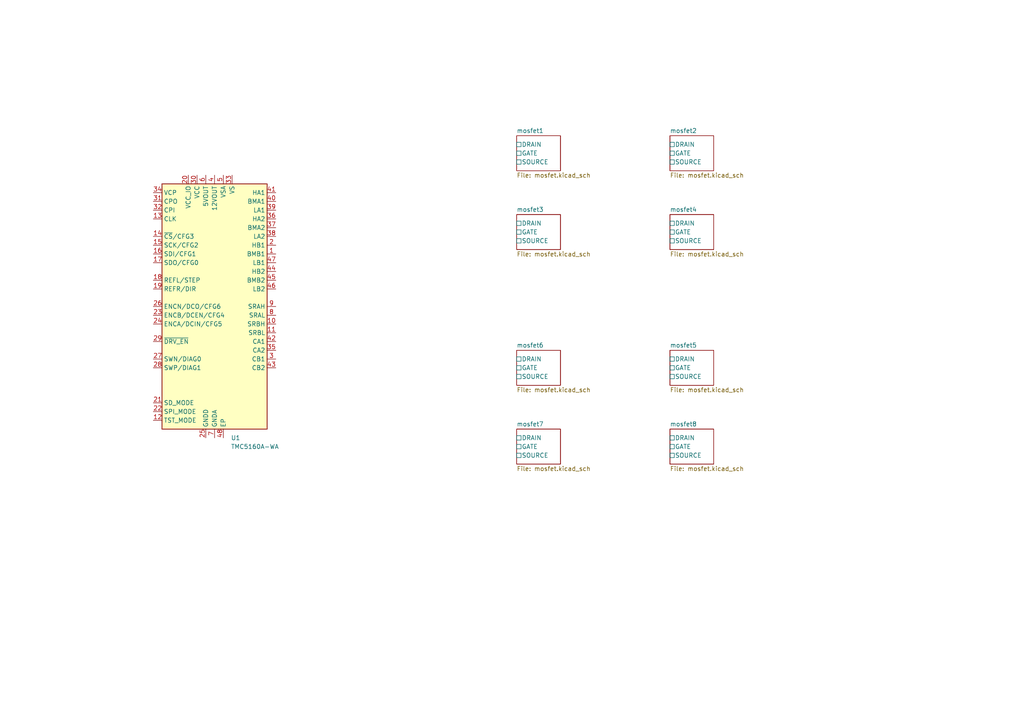
<source format=kicad_sch>
(kicad_sch (version 20230121) (generator eeschema)
  (paper "A4")
  (title_block (title "tmc5160_featherwing") (date "2024-03-22") (rev "1.0") (company "Howard Hughes Medical Institute"))
  (lib_symbols
    (symbol "Janelia:TMC5160A-WA"
      (property "Reference" "U" (at -11.43 38.1 0))
      (property "Value" "TMC5160A-WA" (at 10.16 38.1 0))
      (symbol "TMC5160A-WA_1_0"
        (rectangle (start -15.24 -35.56) (end 15.24 35.56) (stroke (width 0.254)) (fill (type background)))
      )
      (symbol "TMC5160A-WA_1_1"
        (pin passive line (at 17.78 15.24 180) (length 2.54) (name "BMB1") (number "1"))
        (pin passive line (at 17.78 -5.08 180) (length 2.54) (name "SRBH") (number "10"))
        (pin passive line (at 17.78 -7.62 180) (length 2.54) (name "SRBL") (number "11"))
        (pin input line (at -17.78 -33.02 0) (length 2.54) (name "TST_MODE") (number "12"))
        (pin input line (at -17.78 25.4 0) (length 2.54) (name "CLK") (number "13"))
        (pin input line (at -17.78 20.32 0) (length 2.54) (name "~{CS}/CFG3") (number "14"))
        (pin input line (at -17.78 17.78 0) (length 2.54) (name "SCK/CFG2") (number "15"))
        (pin input line (at -17.78 15.24 0) (length 2.54) (name "SDI/CFG1") (number "16"))
        (pin bidirectional line (at -17.78 12.7 0) (length 2.54) (name "SDO/CFG0") (number "17"))
        (pin input line (at -17.78 7.62 0) (length 2.54) (name "REFL/STEP") (number "18"))
        (pin input line (at -17.78 5.08 0) (length 2.54) (name "REFR/DIR") (number "19"))
        (pin output line (at 17.78 17.78 180) (length 2.54) (name "HB1") (number "2"))
        (pin power_in line (at -7.62 38.1 270) (length 2.54) (name "VCC_IO") (number "20"))
        (pin input line (at -17.78 -27.94 0) (length 2.54) (name "SD_MODE") (number "21"))
        (pin input line (at -17.78 -30.48 0) (length 2.54) (name "SPI_MODE") (number "22"))
        (pin input line (at -17.78 -2.54 0) (length 2.54) (name "ENCB/DCEN/CFG4") (number "23"))
        (pin input line (at -17.78 -5.08 0) (length 2.54) (name "ENCA/DCIN/CFG5") (number "24"))
        (pin power_in line (at -2.54 -38.1 90) (length 2.54) (name "GNDD") (number "25"))
        (pin bidirectional line (at -17.78 0 0) (length 2.54) (name "ENCN/DCO/CFG6") (number "26"))
        (pin bidirectional line (at -17.78 -15.24 0) (length 2.54) (name "SWN/DIAG0") (number "27"))
        (pin bidirectional line (at -17.78 -17.78 0) (length 2.54) (name "SWP/DIAG1") (number "28"))
        (pin input line (at -17.78 -10.16 0) (length 2.54) (name "~{DRV_EN}") (number "29"))
        (pin passive line (at 17.78 -15.24 180) (length 2.54) (name "CB1") (number "3"))
        (pin power_in line (at -5.08 38.1 270) (length 2.54) (name "VCC") (number "30"))
        (pin passive line (at -17.78 30.48 0) (length 2.54) (name "CPO") (number "31"))
        (pin passive line (at -17.78 27.94 0) (length 2.54) (name "CPI") (number "32"))
        (pin power_in line (at 5.08 38.1 270) (length 2.54) (name "VS") (number "33"))
        (pin passive line (at -17.78 33.02 0) (length 2.54) (name "VCP") (number "34"))
        (pin passive line (at 17.78 -12.7 180) (length 2.54) (name "CA2") (number "35"))
        (pin output line (at 17.78 25.4 180) (length 2.54) (name "HA2") (number "36"))
        (pin passive line (at 17.78 22.86 180) (length 2.54) (name "BMA2") (number "37"))
        (pin output line (at 17.78 20.32 180) (length 2.54) (name "LA2") (number "38"))
        (pin output line (at 17.78 27.94 180) (length 2.54) (name "LA1") (number "39"))
        (pin power_out line (at 0 38.1 270) (length 2.54) (name "12VOUT") (number "4"))
        (pin passive line (at 17.78 30.48 180) (length 2.54) (name "BMA1") (number "40"))
        (pin output line (at 17.78 33.02 180) (length 2.54) (name "HA1") (number "41"))
        (pin passive line (at 17.78 -10.16 180) (length 2.54) (name "CA1") (number "42"))
        (pin passive line (at 17.78 -17.78 180) (length 2.54) (name "CB2") (number "43"))
        (pin output line (at 17.78 10.16 180) (length 2.54) (name "HB2") (number "44"))
        (pin passive line (at 17.78 7.62 180) (length 2.54) (name "BMB2") (number "45"))
        (pin output line (at 17.78 5.08 180) (length 2.54) (name "LB2") (number "46"))
        (pin output line (at 17.78 12.7 180) (length 2.54) (name "LB1") (number "47"))
        (pin power_in line (at 2.54 -38.1 90) (length 2.54) (name "EP") (number "48"))
        (pin power_in line (at 2.54 38.1 270) (length 2.54) (name "VSA") (number "5"))
        (pin power_out line (at -2.54 38.1 270) (length 2.54) (name "5VOUT") (number "6"))
        (pin power_in line (at 0 -38.1 90) (length 2.54) (name "GNDA") (number "7"))
        (pin passive line (at 17.78 -2.54 180) (length 2.54) (name "SRAL") (number "8"))
        (pin passive line (at 17.78 0 180) (length 2.54) (name "SRAH") (number "9"))
      )
    )
  )
  (symbol (lib_id "Janelia:TMC5160A-WA") (at 62.23 88.9 0) (unit 1)
    (property "Reference" "U1" (at 66.9641 127 0) (effects (justify left)))
    (property "Value" "TMC5160A-WA" (at 66.9641 129.54 0) (effects (justify left)))
    (property "Footprint" "Janelia:21-100593_ADI" (effects hide))
    (property "Datasheet" "https://www.analog.com/media/en/technical-documentation/data-sheets/TMC5160A_datasheet_rev1.18.pdf" (effects hide))
    (property "Description" "IC MTR DRVR BIPOLAR 8-60V" (effects hide))
    (property "Package" "47-VFQFN Exposed Pad" (effects hide))
    (property "Manufacturer" "Analog Devices Inc." (effects hide))
    (property "Manufacturer Part Number" "TMC5160A-WA" (effects hide))
    (property "Vendor" "Digi-Key" (effects hide))
    (property "Vendor Part Number" "505-TMC5160A-WA-ND" (effects hide))
  )
  (sheet (at 149.86 62.23) (size 12.7 10.16) (stroke (width 0.1524))
    (property "Sheetname" "mosfet3" (at 149.86 61.5184 0) (effects (justify left bottom)))
    (property "Sheetfile" "mosfet.kicad_sch" (at 149.86 72.9746 0) (effects (justify left top)))
    (pin "DRAIN" passive (at 149.86 64.77 180))
    (pin "GATE" passive (at 149.86 67.31 180))
    (pin "SOURCE" passive (at 149.86 69.85 180))
  )
  (sheet (at 149.86 39.37) (size 12.7 10.16) (stroke (width 0.1524))
    (property "Sheetname" "mosfet1" (at 149.86 38.6584 0) (effects (justify left bottom)))
    (property "Sheetfile" "mosfet.kicad_sch" (at 149.86 50.1146 0) (effects (justify left top)))
    (pin "DRAIN" passive (at 149.86 41.91 180))
    (pin "GATE" passive (at 149.86 44.45 180))
    (pin "SOURCE" passive (at 149.86 46.99 180))
  )
  (sheet (at 194.31 101.6) (size 12.7 10.16) (stroke (width 0.1524))
    (property "Sheetname" "mosfet5" (at 194.31 100.8884 0) (effects (justify left bottom)))
    (property "Sheetfile" "mosfet.kicad_sch" (at 194.31 112.3446 0) (effects (justify left top)))
    (pin "DRAIN" passive (at 194.31 104.14 180))
    (pin "GATE" passive (at 194.31 106.68 180))
    (pin "SOURCE" passive (at 194.31 109.22 180))
  )
  (sheet (at 149.86 124.46) (size 12.7 10.16) (stroke (width 0.1524))
    (property "Sheetname" "mosfet7" (at 149.86 123.7484 0) (effects (justify left bottom)))
    (property "Sheetfile" "mosfet.kicad_sch" (at 149.86 135.2046 0) (effects (justify left top)))
    (pin "DRAIN" passive (at 149.86 127 180))
    (pin "GATE" passive (at 149.86 129.54 180))
    (pin "SOURCE" passive (at 149.86 132.08 180))
  )
  (sheet (at 194.31 62.23) (size 12.7 10.16) (stroke (width 0.1524))
    (property "Sheetname" "mosfet4" (at 194.31 61.5184 0) (effects (justify left bottom)))
    (property "Sheetfile" "mosfet.kicad_sch" (at 194.31 72.9746 0) (effects (justify left top)))
    (pin "DRAIN" passive (at 194.31 64.77 180))
    (pin "GATE" passive (at 194.31 67.31 180))
    (pin "SOURCE" passive (at 194.31 69.85 180))
  )
  (sheet (at 194.31 124.46) (size 12.7 10.16) (stroke (width 0.1524))
    (property "Sheetname" "mosfet8" (at 194.31 123.7484 0) (effects (justify left bottom)))
    (property "Sheetfile" "mosfet.kicad_sch" (at 194.31 135.2046 0) (effects (justify left top)))
    (pin "DRAIN" passive (at 194.31 127 180))
    (pin "GATE" passive (at 194.31 129.54 180))
    (pin "SOURCE" passive (at 194.31 132.08 180))
  )
  (sheet (at 194.31 39.37) (size 12.7 10.16) (stroke (width 0.1524))
    (property "Sheetname" "mosfet2" (at 194.31 38.6584 0) (effects (justify left bottom)))
    (property "Sheetfile" "mosfet.kicad_sch" (at 194.31 50.1146 0) (effects (justify left top)))
    (pin "DRAIN" passive (at 194.31 41.91 180))
    (pin "GATE" passive (at 194.31 44.45 180))
    (pin "SOURCE" passive (at 194.31 46.99 180))
  )
  (sheet (at 149.86 101.6) (size 12.7 10.16) (stroke (width 0.1524))
    (property "Sheetname" "mosfet6" (at 149.86 100.8884 0) (effects (justify left bottom)))
    (property "Sheetfile" "mosfet.kicad_sch" (at 149.86 112.3446 0) (effects (justify left top)))
    (pin "DRAIN" passive (at 149.86 104.14 180))
    (pin "GATE" passive (at 149.86 106.68 180))
    (pin "SOURCE" passive (at 149.86 109.22 180))
  )
)
</source>
